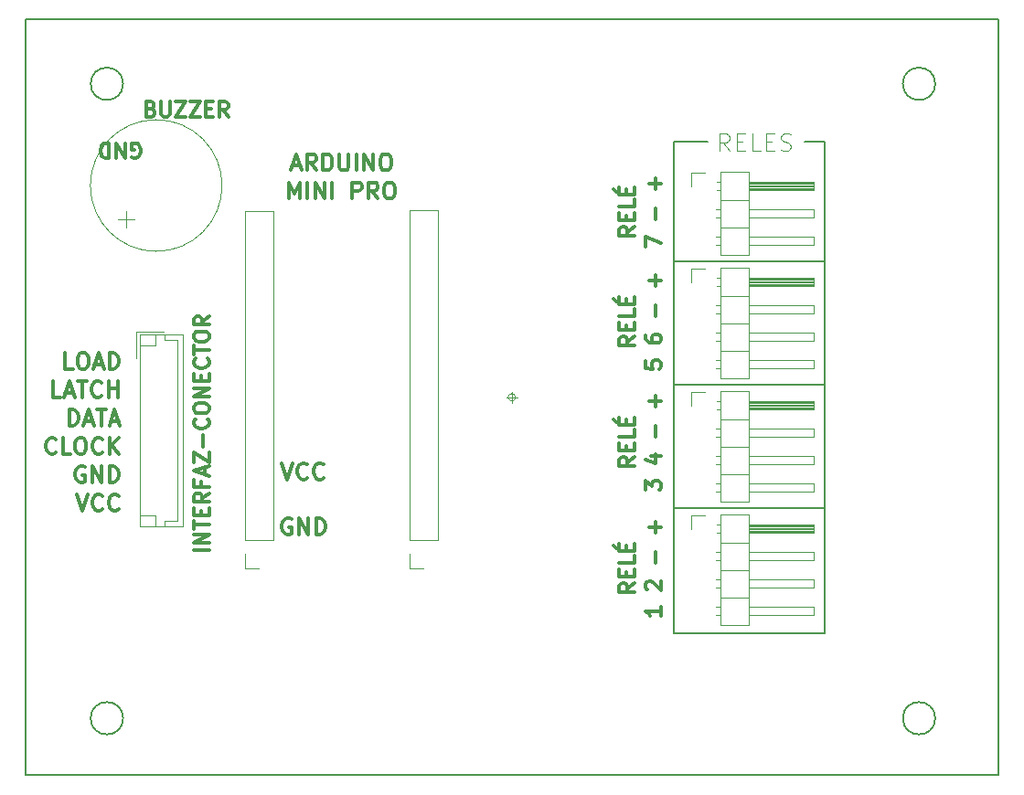
<source format=gto>
%TF.GenerationSoftware,KiCad,Pcbnew,5.1.10*%
%TF.CreationDate,2021-07-26T03:00:59+02:00*%
%TF.ProjectId,OFICINA-TELE-ENCHUFES-RELES,4f464943-494e-4412-9d54-454c452d454e,rev?*%
%TF.SameCoordinates,Original*%
%TF.FileFunction,Legend,Top*%
%TF.FilePolarity,Positive*%
%FSLAX45Y45*%
G04 Gerber Fmt 4.5, Leading zero omitted, Abs format (unit mm)*
G04 Created by KiCad (PCBNEW 5.1.10) date 2021-07-26 03:00:59*
%MOMM*%
%LPD*%
G01*
G04 APERTURE LIST*
%TA.AperFunction,Profile*%
%ADD10C,0.100000*%
%TD*%
%ADD11C,0.375000*%
%TA.AperFunction,Profile*%
%ADD12C,0.200000*%
%TD*%
%ADD13C,0.350000*%
%ADD14C,0.150000*%
%ADD15C,0.100000*%
%ADD16C,0.120000*%
G04 APERTURE END LIST*
D10*
X16113533Y-8260100D02*
G75*
G03*
X16113533Y-8260100I-33333J0D01*
G01*
X16030200Y-8260100D02*
X16130200Y-8260100D01*
X16080200Y-8210100D02*
X16080200Y-8310100D01*
D11*
X14037614Y-9387600D02*
X14023328Y-9380457D01*
X14001900Y-9380457D01*
X13980471Y-9387600D01*
X13966186Y-9401886D01*
X13959043Y-9416171D01*
X13951900Y-9444743D01*
X13951900Y-9466171D01*
X13959043Y-9494743D01*
X13966186Y-9509029D01*
X13980471Y-9523314D01*
X14001900Y-9530457D01*
X14016186Y-9530457D01*
X14037614Y-9523314D01*
X14044757Y-9516171D01*
X14044757Y-9466171D01*
X14016186Y-9466171D01*
X14109043Y-9530457D02*
X14109043Y-9380457D01*
X14194757Y-9530457D01*
X14194757Y-9380457D01*
X14266186Y-9530457D02*
X14266186Y-9380457D01*
X14301900Y-9380457D01*
X14323328Y-9387600D01*
X14337614Y-9401886D01*
X14344757Y-9416171D01*
X14351900Y-9444743D01*
X14351900Y-9466171D01*
X14344757Y-9494743D01*
X14337614Y-9509029D01*
X14323328Y-9523314D01*
X14301900Y-9530457D01*
X14266186Y-9530457D01*
X13951900Y-8870457D02*
X14001900Y-9020457D01*
X14051900Y-8870457D01*
X14187614Y-9006171D02*
X14180471Y-9013314D01*
X14159043Y-9020457D01*
X14144757Y-9020457D01*
X14123328Y-9013314D01*
X14109043Y-8999029D01*
X14101900Y-8984743D01*
X14094757Y-8956171D01*
X14094757Y-8934743D01*
X14101900Y-8906171D01*
X14109043Y-8891886D01*
X14123328Y-8877600D01*
X14144757Y-8870457D01*
X14159043Y-8870457D01*
X14180471Y-8877600D01*
X14187614Y-8884743D01*
X14337614Y-9006171D02*
X14330471Y-9013314D01*
X14309043Y-9020457D01*
X14294757Y-9020457D01*
X14273328Y-9013314D01*
X14259043Y-8999029D01*
X14251900Y-8984743D01*
X14244757Y-8956171D01*
X14244757Y-8934743D01*
X14251900Y-8906171D01*
X14259043Y-8891886D01*
X14273328Y-8877600D01*
X14294757Y-8870457D01*
X14309043Y-8870457D01*
X14330471Y-8877600D01*
X14337614Y-8884743D01*
D12*
X11576020Y-11759890D02*
X11576020Y-4759890D01*
X20585020Y-4759890D02*
X11576020Y-4759890D01*
X20585020Y-11759890D02*
X20585020Y-4759890D01*
X11576020Y-11759890D02*
X20585020Y-11759890D01*
X20000600Y-11234300D02*
G75*
G03*
X20000600Y-11234300I-150000J0D01*
G01*
X20000600Y-5355900D02*
G75*
G03*
X20000600Y-5355900I-150000J0D01*
G01*
X12479900Y-5355900D02*
G75*
G03*
X12479900Y-5355900I-150000J0D01*
G01*
X12479900Y-11234300D02*
G75*
G03*
X12479900Y-11234300I-150000J0D01*
G01*
D13*
X12739600Y-5587300D02*
X12759600Y-5593967D01*
X12766267Y-5600633D01*
X12772933Y-5613967D01*
X12772933Y-5633967D01*
X12766267Y-5647300D01*
X12759600Y-5653967D01*
X12746267Y-5660633D01*
X12692933Y-5660633D01*
X12692933Y-5520633D01*
X12739600Y-5520633D01*
X12752933Y-5527300D01*
X12759600Y-5533967D01*
X12766267Y-5547300D01*
X12766267Y-5560633D01*
X12759600Y-5573967D01*
X12752933Y-5580633D01*
X12739600Y-5587300D01*
X12692933Y-5587300D01*
X12832933Y-5520633D02*
X12832933Y-5633967D01*
X12839600Y-5647300D01*
X12846267Y-5653967D01*
X12859600Y-5660633D01*
X12886267Y-5660633D01*
X12899600Y-5653967D01*
X12906267Y-5647300D01*
X12912933Y-5633967D01*
X12912933Y-5520633D01*
X12966267Y-5520633D02*
X13059600Y-5520633D01*
X12966267Y-5660633D01*
X13059600Y-5660633D01*
X13099600Y-5520633D02*
X13192933Y-5520633D01*
X13099600Y-5660633D01*
X13192933Y-5660633D01*
X13246267Y-5587300D02*
X13292933Y-5587300D01*
X13312933Y-5660633D02*
X13246267Y-5660633D01*
X13246267Y-5520633D01*
X13312933Y-5520633D01*
X13452933Y-5660633D02*
X13406267Y-5593967D01*
X13372933Y-5660633D02*
X13372933Y-5520633D01*
X13426267Y-5520633D01*
X13439600Y-5527300D01*
X13446267Y-5533967D01*
X13452933Y-5547300D01*
X13452933Y-5567300D01*
X13446267Y-5580633D01*
X13439600Y-5587300D01*
X13426267Y-5593967D01*
X13372933Y-5593967D01*
X17216333Y-6681500D02*
X17149667Y-6728167D01*
X17216333Y-6761500D02*
X17076333Y-6761500D01*
X17076333Y-6708167D01*
X17083000Y-6694833D01*
X17089667Y-6688167D01*
X17103000Y-6681500D01*
X17123000Y-6681500D01*
X17136333Y-6688167D01*
X17143000Y-6694833D01*
X17149667Y-6708167D01*
X17149667Y-6761500D01*
X17143000Y-6621500D02*
X17143000Y-6574833D01*
X17216333Y-6554833D02*
X17216333Y-6621500D01*
X17076333Y-6621500D01*
X17076333Y-6554833D01*
X17216333Y-6428167D02*
X17216333Y-6494833D01*
X17076333Y-6494833D01*
X17143000Y-6381500D02*
X17143000Y-6334833D01*
X17216333Y-6314833D02*
X17216333Y-6381500D01*
X17076333Y-6381500D01*
X17076333Y-6314833D01*
X17023000Y-6334833D02*
X17043000Y-6354833D01*
X17321333Y-6868167D02*
X17321333Y-6774833D01*
X17461333Y-6834833D01*
X17408000Y-6614833D02*
X17408000Y-6508167D01*
X17408000Y-6334833D02*
X17408000Y-6228167D01*
X17461333Y-6281500D02*
X17354667Y-6281500D01*
X17216333Y-7697500D02*
X17149667Y-7744167D01*
X17216333Y-7777500D02*
X17076333Y-7777500D01*
X17076333Y-7724167D01*
X17083000Y-7710833D01*
X17089667Y-7704167D01*
X17103000Y-7697500D01*
X17123000Y-7697500D01*
X17136333Y-7704167D01*
X17143000Y-7710833D01*
X17149667Y-7724167D01*
X17149667Y-7777500D01*
X17143000Y-7637500D02*
X17143000Y-7590833D01*
X17216333Y-7570833D02*
X17216333Y-7637500D01*
X17076333Y-7637500D01*
X17076333Y-7570833D01*
X17216333Y-7444167D02*
X17216333Y-7510833D01*
X17076333Y-7510833D01*
X17143000Y-7397500D02*
X17143000Y-7350833D01*
X17216333Y-7330833D02*
X17216333Y-7397500D01*
X17076333Y-7397500D01*
X17076333Y-7330833D01*
X17023000Y-7350833D02*
X17043000Y-7370833D01*
X17321333Y-7924167D02*
X17321333Y-7990833D01*
X17388000Y-7997500D01*
X17381333Y-7990833D01*
X17374667Y-7977500D01*
X17374667Y-7944167D01*
X17381333Y-7930833D01*
X17388000Y-7924167D01*
X17401333Y-7917500D01*
X17434667Y-7917500D01*
X17448000Y-7924167D01*
X17454667Y-7930833D01*
X17461333Y-7944167D01*
X17461333Y-7977500D01*
X17454667Y-7990833D01*
X17448000Y-7997500D01*
X17321333Y-7690833D02*
X17321333Y-7717500D01*
X17328000Y-7730833D01*
X17334667Y-7737500D01*
X17354667Y-7750833D01*
X17381333Y-7757500D01*
X17434667Y-7757500D01*
X17448000Y-7750833D01*
X17454667Y-7744167D01*
X17461333Y-7730833D01*
X17461333Y-7704167D01*
X17454667Y-7690833D01*
X17448000Y-7684167D01*
X17434667Y-7677500D01*
X17401333Y-7677500D01*
X17388000Y-7684167D01*
X17381333Y-7690833D01*
X17374667Y-7704167D01*
X17374667Y-7730833D01*
X17381333Y-7744167D01*
X17388000Y-7750833D01*
X17401333Y-7757500D01*
X17408000Y-7510833D02*
X17408000Y-7404167D01*
X17408000Y-7230833D02*
X17408000Y-7124167D01*
X17461333Y-7177500D02*
X17354667Y-7177500D01*
X17216333Y-8815100D02*
X17149667Y-8861767D01*
X17216333Y-8895100D02*
X17076333Y-8895100D01*
X17076333Y-8841767D01*
X17083000Y-8828433D01*
X17089667Y-8821767D01*
X17103000Y-8815100D01*
X17123000Y-8815100D01*
X17136333Y-8821767D01*
X17143000Y-8828433D01*
X17149667Y-8841767D01*
X17149667Y-8895100D01*
X17143000Y-8755100D02*
X17143000Y-8708433D01*
X17216333Y-8688433D02*
X17216333Y-8755100D01*
X17076333Y-8755100D01*
X17076333Y-8688433D01*
X17216333Y-8561767D02*
X17216333Y-8628433D01*
X17076333Y-8628433D01*
X17143000Y-8515100D02*
X17143000Y-8468433D01*
X17216333Y-8448433D02*
X17216333Y-8515100D01*
X17076333Y-8515100D01*
X17076333Y-8448433D01*
X17023000Y-8468433D02*
X17043000Y-8488433D01*
X17321333Y-9121767D02*
X17321333Y-9035100D01*
X17374667Y-9081767D01*
X17374667Y-9061767D01*
X17381333Y-9048433D01*
X17388000Y-9041767D01*
X17401333Y-9035100D01*
X17434667Y-9035100D01*
X17448000Y-9041767D01*
X17454667Y-9048433D01*
X17461333Y-9061767D01*
X17461333Y-9101767D01*
X17454667Y-9115100D01*
X17448000Y-9121767D01*
X17368000Y-8808433D02*
X17461333Y-8808433D01*
X17314667Y-8841767D02*
X17414667Y-8875100D01*
X17414667Y-8788433D01*
X17408000Y-8628433D02*
X17408000Y-8521767D01*
X17408000Y-8348433D02*
X17408000Y-8241767D01*
X17461333Y-8295100D02*
X17354667Y-8295100D01*
X17216333Y-9983500D02*
X17149667Y-10030167D01*
X17216333Y-10063500D02*
X17076333Y-10063500D01*
X17076333Y-10010167D01*
X17083000Y-9996833D01*
X17089667Y-9990167D01*
X17103000Y-9983500D01*
X17123000Y-9983500D01*
X17136333Y-9990167D01*
X17143000Y-9996833D01*
X17149667Y-10010167D01*
X17149667Y-10063500D01*
X17143000Y-9923500D02*
X17143000Y-9876833D01*
X17216333Y-9856833D02*
X17216333Y-9923500D01*
X17076333Y-9923500D01*
X17076333Y-9856833D01*
X17216333Y-9730167D02*
X17216333Y-9796833D01*
X17076333Y-9796833D01*
X17143000Y-9683500D02*
X17143000Y-9636833D01*
X17216333Y-9616833D02*
X17216333Y-9683500D01*
X17076333Y-9683500D01*
X17076333Y-9616833D01*
X17023000Y-9636833D02*
X17043000Y-9656833D01*
X17461333Y-10203500D02*
X17461333Y-10283500D01*
X17461333Y-10243500D02*
X17321333Y-10243500D01*
X17341333Y-10256833D01*
X17354667Y-10270167D01*
X17361333Y-10283500D01*
X17334667Y-10043500D02*
X17328000Y-10036833D01*
X17321333Y-10023500D01*
X17321333Y-9990167D01*
X17328000Y-9976833D01*
X17334667Y-9970167D01*
X17348000Y-9963500D01*
X17361333Y-9963500D01*
X17381333Y-9970167D01*
X17461333Y-10050167D01*
X17461333Y-9963500D01*
X17408000Y-9796833D02*
X17408000Y-9690167D01*
X17408000Y-9516833D02*
X17408000Y-9410167D01*
X17461333Y-9463500D02*
X17354667Y-9463500D01*
X13275533Y-9675600D02*
X13135533Y-9675600D01*
X13275533Y-9608933D02*
X13135533Y-9608933D01*
X13275533Y-9528933D01*
X13135533Y-9528933D01*
X13135533Y-9482267D02*
X13135533Y-9402267D01*
X13275533Y-9442267D02*
X13135533Y-9442267D01*
X13202200Y-9355600D02*
X13202200Y-9308933D01*
X13275533Y-9288933D02*
X13275533Y-9355600D01*
X13135533Y-9355600D01*
X13135533Y-9288933D01*
X13275533Y-9148933D02*
X13208867Y-9195600D01*
X13275533Y-9228933D02*
X13135533Y-9228933D01*
X13135533Y-9175600D01*
X13142200Y-9162267D01*
X13148867Y-9155600D01*
X13162200Y-9148933D01*
X13182200Y-9148933D01*
X13195533Y-9155600D01*
X13202200Y-9162267D01*
X13208867Y-9175600D01*
X13208867Y-9228933D01*
X13202200Y-9042267D02*
X13202200Y-9088933D01*
X13275533Y-9088933D02*
X13135533Y-9088933D01*
X13135533Y-9022267D01*
X13235533Y-8975600D02*
X13235533Y-8908933D01*
X13275533Y-8988933D02*
X13135533Y-8942267D01*
X13275533Y-8895600D01*
X13135533Y-8862267D02*
X13135533Y-8768933D01*
X13275533Y-8862267D01*
X13275533Y-8768933D01*
X13222200Y-8715600D02*
X13222200Y-8608933D01*
X13262200Y-8462267D02*
X13268867Y-8468933D01*
X13275533Y-8488933D01*
X13275533Y-8502267D01*
X13268867Y-8522267D01*
X13255533Y-8535600D01*
X13242200Y-8542267D01*
X13215533Y-8548933D01*
X13195533Y-8548933D01*
X13168867Y-8542267D01*
X13155533Y-8535600D01*
X13142200Y-8522267D01*
X13135533Y-8502267D01*
X13135533Y-8488933D01*
X13142200Y-8468933D01*
X13148867Y-8462267D01*
X13135533Y-8375600D02*
X13135533Y-8348933D01*
X13142200Y-8335600D01*
X13155533Y-8322267D01*
X13182200Y-8315600D01*
X13228867Y-8315600D01*
X13255533Y-8322267D01*
X13268867Y-8335600D01*
X13275533Y-8348933D01*
X13275533Y-8375600D01*
X13268867Y-8388933D01*
X13255533Y-8402267D01*
X13228867Y-8408933D01*
X13182200Y-8408933D01*
X13155533Y-8402267D01*
X13142200Y-8388933D01*
X13135533Y-8375600D01*
X13275533Y-8255600D02*
X13135533Y-8255600D01*
X13275533Y-8175600D01*
X13135533Y-8175600D01*
X13202200Y-8108933D02*
X13202200Y-8062267D01*
X13275533Y-8042267D02*
X13275533Y-8108933D01*
X13135533Y-8108933D01*
X13135533Y-8042267D01*
X13262200Y-7902267D02*
X13268867Y-7908933D01*
X13275533Y-7928933D01*
X13275533Y-7942267D01*
X13268867Y-7962267D01*
X13255533Y-7975600D01*
X13242200Y-7982267D01*
X13215533Y-7988933D01*
X13195533Y-7988933D01*
X13168867Y-7982267D01*
X13155533Y-7975600D01*
X13142200Y-7962267D01*
X13135533Y-7942267D01*
X13135533Y-7928933D01*
X13142200Y-7908933D01*
X13148867Y-7902267D01*
X13135533Y-7862267D02*
X13135533Y-7782267D01*
X13275533Y-7822267D02*
X13135533Y-7822267D01*
X13135533Y-7708933D02*
X13135533Y-7682267D01*
X13142200Y-7668933D01*
X13155533Y-7655600D01*
X13182200Y-7648933D01*
X13228867Y-7648933D01*
X13255533Y-7655600D01*
X13268867Y-7668933D01*
X13275533Y-7682267D01*
X13275533Y-7708933D01*
X13268867Y-7722267D01*
X13255533Y-7735600D01*
X13228867Y-7742267D01*
X13182200Y-7742267D01*
X13155533Y-7735600D01*
X13142200Y-7722267D01*
X13135533Y-7708933D01*
X13275533Y-7508933D02*
X13208867Y-7555600D01*
X13275533Y-7588933D02*
X13135533Y-7588933D01*
X13135533Y-7535600D01*
X13142200Y-7522267D01*
X13148867Y-7515600D01*
X13162200Y-7508933D01*
X13182200Y-7508933D01*
X13195533Y-7515600D01*
X13202200Y-7522267D01*
X13208867Y-7535600D01*
X13208867Y-7588933D01*
D11*
X12016325Y-7997807D02*
X11944896Y-7997807D01*
X11944896Y-7847807D01*
X12094896Y-7847807D02*
X12123468Y-7847807D01*
X12137753Y-7854950D01*
X12152039Y-7869236D01*
X12159182Y-7897807D01*
X12159182Y-7947807D01*
X12152039Y-7976378D01*
X12137753Y-7990664D01*
X12123468Y-7997807D01*
X12094896Y-7997807D01*
X12080611Y-7990664D01*
X12066325Y-7976378D01*
X12059182Y-7947807D01*
X12059182Y-7897807D01*
X12066325Y-7869236D01*
X12080611Y-7854950D01*
X12094896Y-7847807D01*
X12216325Y-7954950D02*
X12287753Y-7954950D01*
X12202039Y-7997807D02*
X12252039Y-7847807D01*
X12302039Y-7997807D01*
X12352039Y-7997807D02*
X12352039Y-7847807D01*
X12387753Y-7847807D01*
X12409182Y-7854950D01*
X12423468Y-7869236D01*
X12430611Y-7883521D01*
X12437753Y-7912093D01*
X12437753Y-7933521D01*
X12430611Y-7962093D01*
X12423468Y-7976378D01*
X12409182Y-7990664D01*
X12387753Y-7997807D01*
X12352039Y-7997807D01*
X11902039Y-8260307D02*
X11830611Y-8260307D01*
X11830611Y-8110307D01*
X11944896Y-8217450D02*
X12016325Y-8217450D01*
X11930611Y-8260307D02*
X11980611Y-8110307D01*
X12030611Y-8260307D01*
X12059182Y-8110307D02*
X12144896Y-8110307D01*
X12102039Y-8260307D02*
X12102039Y-8110307D01*
X12280611Y-8246021D02*
X12273468Y-8253164D01*
X12252039Y-8260307D01*
X12237753Y-8260307D01*
X12216325Y-8253164D01*
X12202039Y-8238878D01*
X12194896Y-8224593D01*
X12187753Y-8196021D01*
X12187753Y-8174593D01*
X12194896Y-8146021D01*
X12202039Y-8131736D01*
X12216325Y-8117450D01*
X12237753Y-8110307D01*
X12252039Y-8110307D01*
X12273468Y-8117450D01*
X12280611Y-8124593D01*
X12344896Y-8260307D02*
X12344896Y-8110307D01*
X12344896Y-8181736D02*
X12430611Y-8181736D01*
X12430611Y-8260307D02*
X12430611Y-8110307D01*
X11980611Y-8522807D02*
X11980611Y-8372807D01*
X12016325Y-8372807D01*
X12037753Y-8379950D01*
X12052039Y-8394236D01*
X12059182Y-8408521D01*
X12066325Y-8437093D01*
X12066325Y-8458521D01*
X12059182Y-8487093D01*
X12052039Y-8501379D01*
X12037753Y-8515664D01*
X12016325Y-8522807D01*
X11980611Y-8522807D01*
X12123468Y-8479950D02*
X12194896Y-8479950D01*
X12109182Y-8522807D02*
X12159182Y-8372807D01*
X12209182Y-8522807D01*
X12237753Y-8372807D02*
X12323468Y-8372807D01*
X12280611Y-8522807D02*
X12280611Y-8372807D01*
X12366325Y-8479950D02*
X12437753Y-8479950D01*
X12352039Y-8522807D02*
X12402039Y-8372807D01*
X12452039Y-8522807D01*
X11859182Y-8771021D02*
X11852039Y-8778164D01*
X11830611Y-8785307D01*
X11816325Y-8785307D01*
X11794896Y-8778164D01*
X11780611Y-8763879D01*
X11773468Y-8749593D01*
X11766325Y-8721021D01*
X11766325Y-8699593D01*
X11773468Y-8671021D01*
X11780611Y-8656736D01*
X11794896Y-8642450D01*
X11816325Y-8635307D01*
X11830611Y-8635307D01*
X11852039Y-8642450D01*
X11859182Y-8649593D01*
X11994896Y-8785307D02*
X11923468Y-8785307D01*
X11923468Y-8635307D01*
X12073468Y-8635307D02*
X12102039Y-8635307D01*
X12116325Y-8642450D01*
X12130611Y-8656736D01*
X12137753Y-8685307D01*
X12137753Y-8735307D01*
X12130611Y-8763879D01*
X12116325Y-8778164D01*
X12102039Y-8785307D01*
X12073468Y-8785307D01*
X12059182Y-8778164D01*
X12044896Y-8763879D01*
X12037753Y-8735307D01*
X12037753Y-8685307D01*
X12044896Y-8656736D01*
X12059182Y-8642450D01*
X12073468Y-8635307D01*
X12287753Y-8771021D02*
X12280611Y-8778164D01*
X12259182Y-8785307D01*
X12244896Y-8785307D01*
X12223468Y-8778164D01*
X12209182Y-8763879D01*
X12202039Y-8749593D01*
X12194896Y-8721021D01*
X12194896Y-8699593D01*
X12202039Y-8671021D01*
X12209182Y-8656736D01*
X12223468Y-8642450D01*
X12244896Y-8635307D01*
X12259182Y-8635307D01*
X12280611Y-8642450D01*
X12287753Y-8649593D01*
X12352039Y-8785307D02*
X12352039Y-8635307D01*
X12437753Y-8785307D02*
X12373468Y-8699593D01*
X12437753Y-8635307D02*
X12352039Y-8721021D01*
X12123468Y-8904950D02*
X12109182Y-8897807D01*
X12087753Y-8897807D01*
X12066325Y-8904950D01*
X12052039Y-8919236D01*
X12044896Y-8933521D01*
X12037753Y-8962093D01*
X12037753Y-8983521D01*
X12044896Y-9012093D01*
X12052039Y-9026379D01*
X12066325Y-9040664D01*
X12087753Y-9047807D01*
X12102039Y-9047807D01*
X12123468Y-9040664D01*
X12130611Y-9033521D01*
X12130611Y-8983521D01*
X12102039Y-8983521D01*
X12194896Y-9047807D02*
X12194896Y-8897807D01*
X12280611Y-9047807D01*
X12280611Y-8897807D01*
X12352039Y-9047807D02*
X12352039Y-8897807D01*
X12387753Y-8897807D01*
X12409182Y-8904950D01*
X12423468Y-8919236D01*
X12430611Y-8933521D01*
X12437753Y-8962093D01*
X12437753Y-8983521D01*
X12430611Y-9012093D01*
X12423468Y-9026379D01*
X12409182Y-9040664D01*
X12387753Y-9047807D01*
X12352039Y-9047807D01*
X12052039Y-9160307D02*
X12102039Y-9310307D01*
X12152039Y-9160307D01*
X12287753Y-9296021D02*
X12280611Y-9303164D01*
X12259182Y-9310307D01*
X12244896Y-9310307D01*
X12223468Y-9303164D01*
X12209182Y-9288879D01*
X12202039Y-9274593D01*
X12194896Y-9246021D01*
X12194896Y-9224593D01*
X12202039Y-9196021D01*
X12209182Y-9181736D01*
X12223468Y-9167450D01*
X12244896Y-9160307D01*
X12259182Y-9160307D01*
X12280611Y-9167450D01*
X12287753Y-9174593D01*
X12437753Y-9296021D02*
X12430611Y-9303164D01*
X12409182Y-9310307D01*
X12394896Y-9310307D01*
X12373468Y-9303164D01*
X12359182Y-9288879D01*
X12352039Y-9274593D01*
X12344896Y-9246021D01*
X12344896Y-9224593D01*
X12352039Y-9196021D01*
X12359182Y-9181736D01*
X12373468Y-9167450D01*
X12394896Y-9160307D01*
X12409182Y-9160307D01*
X12430611Y-9167450D01*
X12437753Y-9174593D01*
D14*
X18976100Y-9288400D02*
X17579100Y-9288400D01*
X18976100Y-8146600D02*
X17579100Y-8146600D01*
X17579100Y-7002400D02*
X18976100Y-7002400D01*
X18976100Y-10444100D02*
X18976100Y-5892960D01*
X17579100Y-10444100D02*
X18976100Y-10444100D01*
X17579100Y-5891300D02*
X17579100Y-10444100D01*
D15*
X18094110Y-5976781D02*
X18040776Y-5900590D01*
X18002681Y-5976781D02*
X18002681Y-5816781D01*
X18063633Y-5816781D01*
X18078871Y-5824400D01*
X18086490Y-5832019D01*
X18094110Y-5847257D01*
X18094110Y-5870114D01*
X18086490Y-5885352D01*
X18078871Y-5892971D01*
X18063633Y-5900590D01*
X18002681Y-5900590D01*
X18162681Y-5892971D02*
X18216014Y-5892971D01*
X18238871Y-5976781D02*
X18162681Y-5976781D01*
X18162681Y-5816781D01*
X18238871Y-5816781D01*
X18383633Y-5976781D02*
X18307443Y-5976781D01*
X18307443Y-5816781D01*
X18436967Y-5892971D02*
X18490300Y-5892971D01*
X18513157Y-5976781D02*
X18436967Y-5976781D01*
X18436967Y-5816781D01*
X18513157Y-5816781D01*
X18574110Y-5969162D02*
X18596967Y-5976781D01*
X18635062Y-5976781D01*
X18650300Y-5969162D01*
X18657919Y-5961543D01*
X18665538Y-5946305D01*
X18665538Y-5931067D01*
X18657919Y-5915828D01*
X18650300Y-5908209D01*
X18635062Y-5900590D01*
X18604586Y-5892971D01*
X18589348Y-5885352D01*
X18581729Y-5877733D01*
X18574110Y-5862495D01*
X18574110Y-5847257D01*
X18581729Y-5832019D01*
X18589348Y-5824400D01*
X18604586Y-5816781D01*
X18642681Y-5816781D01*
X18665538Y-5824400D01*
D14*
X18787160Y-5892490D02*
X18976100Y-5892960D01*
X17891800Y-5891200D02*
X17579100Y-5891300D01*
D11*
X14046257Y-6114350D02*
X14117686Y-6114350D01*
X14031971Y-6157207D02*
X14081971Y-6007207D01*
X14131971Y-6157207D01*
X14267686Y-6157207D02*
X14217686Y-6085778D01*
X14181971Y-6157207D02*
X14181971Y-6007207D01*
X14239114Y-6007207D01*
X14253400Y-6014350D01*
X14260543Y-6021493D01*
X14267686Y-6035778D01*
X14267686Y-6057207D01*
X14260543Y-6071493D01*
X14253400Y-6078636D01*
X14239114Y-6085778D01*
X14181971Y-6085778D01*
X14331971Y-6157207D02*
X14331971Y-6007207D01*
X14367686Y-6007207D01*
X14389114Y-6014350D01*
X14403400Y-6028636D01*
X14410543Y-6042921D01*
X14417686Y-6071493D01*
X14417686Y-6092921D01*
X14410543Y-6121493D01*
X14403400Y-6135778D01*
X14389114Y-6150064D01*
X14367686Y-6157207D01*
X14331971Y-6157207D01*
X14481971Y-6007207D02*
X14481971Y-6128636D01*
X14489114Y-6142921D01*
X14496257Y-6150064D01*
X14510543Y-6157207D01*
X14539114Y-6157207D01*
X14553400Y-6150064D01*
X14560543Y-6142921D01*
X14567686Y-6128636D01*
X14567686Y-6007207D01*
X14639114Y-6157207D02*
X14639114Y-6007207D01*
X14710543Y-6157207D02*
X14710543Y-6007207D01*
X14796257Y-6157207D01*
X14796257Y-6007207D01*
X14896257Y-6007207D02*
X14924828Y-6007207D01*
X14939114Y-6014350D01*
X14953400Y-6028636D01*
X14960543Y-6057207D01*
X14960543Y-6107207D01*
X14953400Y-6135778D01*
X14939114Y-6150064D01*
X14924828Y-6157207D01*
X14896257Y-6157207D01*
X14881971Y-6150064D01*
X14867686Y-6135778D01*
X14860543Y-6107207D01*
X14860543Y-6057207D01*
X14867686Y-6028636D01*
X14881971Y-6014350D01*
X14896257Y-6007207D01*
X14017686Y-6419707D02*
X14017686Y-6269707D01*
X14067686Y-6376850D01*
X14117686Y-6269707D01*
X14117686Y-6419707D01*
X14189114Y-6419707D02*
X14189114Y-6269707D01*
X14260543Y-6419707D02*
X14260543Y-6269707D01*
X14346257Y-6419707D01*
X14346257Y-6269707D01*
X14417686Y-6419707D02*
X14417686Y-6269707D01*
X14603400Y-6419707D02*
X14603400Y-6269707D01*
X14660543Y-6269707D01*
X14674828Y-6276850D01*
X14681971Y-6283993D01*
X14689114Y-6298278D01*
X14689114Y-6319707D01*
X14681971Y-6333993D01*
X14674828Y-6341136D01*
X14660543Y-6348278D01*
X14603400Y-6348278D01*
X14839114Y-6419707D02*
X14789114Y-6348278D01*
X14753400Y-6419707D02*
X14753400Y-6269707D01*
X14810543Y-6269707D01*
X14824828Y-6276850D01*
X14831971Y-6283993D01*
X14839114Y-6298278D01*
X14839114Y-6319707D01*
X14831971Y-6333993D01*
X14824828Y-6341136D01*
X14810543Y-6348278D01*
X14753400Y-6348278D01*
X14931971Y-6269707D02*
X14960543Y-6269707D01*
X14974828Y-6276850D01*
X14989114Y-6291136D01*
X14996257Y-6319707D01*
X14996257Y-6369707D01*
X14989114Y-6398278D01*
X14974828Y-6412564D01*
X14960543Y-6419707D01*
X14931971Y-6419707D01*
X14917686Y-6412564D01*
X14903400Y-6398278D01*
X14896257Y-6369707D01*
X14896257Y-6319707D01*
X14903400Y-6291136D01*
X14917686Y-6276850D01*
X14931971Y-6269707D01*
D13*
X12563567Y-6039000D02*
X12576900Y-6045667D01*
X12596900Y-6045667D01*
X12616900Y-6039000D01*
X12630233Y-6025667D01*
X12636900Y-6012333D01*
X12643567Y-5985667D01*
X12643567Y-5965667D01*
X12636900Y-5939000D01*
X12630233Y-5925667D01*
X12616900Y-5912333D01*
X12596900Y-5905667D01*
X12583567Y-5905667D01*
X12563567Y-5912333D01*
X12556900Y-5919000D01*
X12556900Y-5965667D01*
X12583567Y-5965667D01*
X12496900Y-5905667D02*
X12496900Y-6045667D01*
X12416900Y-5905667D01*
X12416900Y-6045667D01*
X12350233Y-5905667D02*
X12350233Y-6045667D01*
X12316900Y-6045667D01*
X12296900Y-6039000D01*
X12283567Y-6025667D01*
X12276900Y-6012333D01*
X12270233Y-5985667D01*
X12270233Y-5965667D01*
X12276900Y-5939000D01*
X12283567Y-5925667D01*
X12296900Y-5912333D01*
X12316900Y-5905667D01*
X12350233Y-5905667D01*
D15*
X12583890Y-6615114D02*
X12431509Y-6615114D01*
X12507700Y-6538924D02*
X12507700Y-6691305D01*
D16*
%TO.C,RELE-7*%
X17741400Y-6176900D02*
X17868400Y-6176900D01*
X17741400Y-6303900D02*
X17741400Y-6176900D01*
X17972693Y-6849900D02*
X18012400Y-6849900D01*
X17972693Y-6773900D02*
X18012400Y-6773900D01*
X18878400Y-6849900D02*
X18278400Y-6849900D01*
X18878400Y-6773900D02*
X18878400Y-6849900D01*
X18278400Y-6773900D02*
X18878400Y-6773900D01*
X18012400Y-6684900D02*
X18278400Y-6684900D01*
X17972693Y-6595900D02*
X18012400Y-6595900D01*
X17972693Y-6519900D02*
X18012400Y-6519900D01*
X18878400Y-6595900D02*
X18278400Y-6595900D01*
X18878400Y-6519900D02*
X18878400Y-6595900D01*
X18278400Y-6519900D02*
X18878400Y-6519900D01*
X18012400Y-6430900D02*
X18278400Y-6430900D01*
X17979400Y-6341900D02*
X18012400Y-6341900D01*
X17979400Y-6265900D02*
X18012400Y-6265900D01*
X18278400Y-6331900D02*
X18878400Y-6331900D01*
X18278400Y-6319900D02*
X18878400Y-6319900D01*
X18278400Y-6307900D02*
X18878400Y-6307900D01*
X18278400Y-6295900D02*
X18878400Y-6295900D01*
X18278400Y-6283900D02*
X18878400Y-6283900D01*
X18278400Y-6271900D02*
X18878400Y-6271900D01*
X18878400Y-6341900D02*
X18278400Y-6341900D01*
X18878400Y-6265900D02*
X18878400Y-6341900D01*
X18278400Y-6265900D02*
X18878400Y-6265900D01*
X18278400Y-6170900D02*
X18012400Y-6170900D01*
X18278400Y-6944900D02*
X18278400Y-6170900D01*
X18012400Y-6944900D02*
X18278400Y-6944900D01*
X18012400Y-6170900D02*
X18012400Y-6944900D01*
%TO.C,ARDUINO_L1*%
X15262370Y-9844070D02*
X15129370Y-9844070D01*
X15129370Y-9844070D02*
X15129370Y-9711070D01*
X15129370Y-9584070D02*
X15129370Y-6530070D01*
X15395370Y-6530070D02*
X15129370Y-6530070D01*
X15395370Y-9584070D02*
X15395370Y-6530070D01*
X15395370Y-9584070D02*
X15129370Y-9584070D01*
%TO.C,RELE-1-2*%
X17741400Y-9351900D02*
X17868400Y-9351900D01*
X17741400Y-9478900D02*
X17741400Y-9351900D01*
X17972693Y-10278900D02*
X18012400Y-10278900D01*
X17972693Y-10202900D02*
X18012400Y-10202900D01*
X18878400Y-10278900D02*
X18278400Y-10278900D01*
X18878400Y-10202900D02*
X18878400Y-10278900D01*
X18278400Y-10202900D02*
X18878400Y-10202900D01*
X18012400Y-10113900D02*
X18278400Y-10113900D01*
X17972693Y-10024900D02*
X18012400Y-10024900D01*
X17972693Y-9948900D02*
X18012400Y-9948900D01*
X18878400Y-10024900D02*
X18278400Y-10024900D01*
X18878400Y-9948900D02*
X18878400Y-10024900D01*
X18278400Y-9948900D02*
X18878400Y-9948900D01*
X18012400Y-9859900D02*
X18278400Y-9859900D01*
X17972693Y-9770900D02*
X18012400Y-9770900D01*
X17972693Y-9694900D02*
X18012400Y-9694900D01*
X18878400Y-9770900D02*
X18278400Y-9770900D01*
X18878400Y-9694900D02*
X18878400Y-9770900D01*
X18278400Y-9694900D02*
X18878400Y-9694900D01*
X18012400Y-9605900D02*
X18278400Y-9605900D01*
X17979400Y-9516900D02*
X18012400Y-9516900D01*
X17979400Y-9440900D02*
X18012400Y-9440900D01*
X18278400Y-9506900D02*
X18878400Y-9506900D01*
X18278400Y-9494900D02*
X18878400Y-9494900D01*
X18278400Y-9482900D02*
X18878400Y-9482900D01*
X18278400Y-9470900D02*
X18878400Y-9470900D01*
X18278400Y-9458900D02*
X18878400Y-9458900D01*
X18278400Y-9446900D02*
X18878400Y-9446900D01*
X18878400Y-9516900D02*
X18278400Y-9516900D01*
X18878400Y-9440900D02*
X18878400Y-9516900D01*
X18278400Y-9440900D02*
X18878400Y-9440900D01*
X18278400Y-9345900D02*
X18012400Y-9345900D01*
X18278400Y-10373900D02*
X18278400Y-9345900D01*
X18012400Y-10373900D02*
X18278400Y-10373900D01*
X18012400Y-9345900D02*
X18012400Y-10373900D01*
%TO.C,INTERFAZ-CONECTOR1*%
X13035000Y-7681700D02*
X12633000Y-7681700D01*
X12633000Y-7681700D02*
X12633000Y-9453700D01*
X12633000Y-9453700D02*
X13035000Y-9453700D01*
X13035000Y-9453700D02*
X13035000Y-7681700D01*
X12864000Y-7681700D02*
X12864000Y-7731700D01*
X12864000Y-7731700D02*
X12985000Y-7731700D01*
X12985000Y-7731700D02*
X12985000Y-9403700D01*
X12985000Y-9403700D02*
X12864000Y-9403700D01*
X12864000Y-9403700D02*
X12864000Y-9453700D01*
X12783000Y-7681700D02*
X12783000Y-7781700D01*
X12783000Y-7781700D02*
X12633000Y-7781700D01*
X12783000Y-9453700D02*
X12783000Y-9353700D01*
X12783000Y-9353700D02*
X12633000Y-9353700D01*
X12853000Y-7651700D02*
X12603000Y-7651700D01*
X12603000Y-7651700D02*
X12603000Y-7901700D01*
%TO.C,RELE-3-4*%
X18012400Y-8202900D02*
X18012400Y-9230900D01*
X18012400Y-9230900D02*
X18278400Y-9230900D01*
X18278400Y-9230900D02*
X18278400Y-8202900D01*
X18278400Y-8202900D02*
X18012400Y-8202900D01*
X18278400Y-8297900D02*
X18878400Y-8297900D01*
X18878400Y-8297900D02*
X18878400Y-8373900D01*
X18878400Y-8373900D02*
X18278400Y-8373900D01*
X18278400Y-8303900D02*
X18878400Y-8303900D01*
X18278400Y-8315900D02*
X18878400Y-8315900D01*
X18278400Y-8327900D02*
X18878400Y-8327900D01*
X18278400Y-8339900D02*
X18878400Y-8339900D01*
X18278400Y-8351900D02*
X18878400Y-8351900D01*
X18278400Y-8363900D02*
X18878400Y-8363900D01*
X17979400Y-8297900D02*
X18012400Y-8297900D01*
X17979400Y-8373900D02*
X18012400Y-8373900D01*
X18012400Y-8462900D02*
X18278400Y-8462900D01*
X18278400Y-8551900D02*
X18878400Y-8551900D01*
X18878400Y-8551900D02*
X18878400Y-8627900D01*
X18878400Y-8627900D02*
X18278400Y-8627900D01*
X17972693Y-8551900D02*
X18012400Y-8551900D01*
X17972693Y-8627900D02*
X18012400Y-8627900D01*
X18012400Y-8716900D02*
X18278400Y-8716900D01*
X18278400Y-8805900D02*
X18878400Y-8805900D01*
X18878400Y-8805900D02*
X18878400Y-8881900D01*
X18878400Y-8881900D02*
X18278400Y-8881900D01*
X17972693Y-8805900D02*
X18012400Y-8805900D01*
X17972693Y-8881900D02*
X18012400Y-8881900D01*
X18012400Y-8970900D02*
X18278400Y-8970900D01*
X18278400Y-9059900D02*
X18878400Y-9059900D01*
X18878400Y-9059900D02*
X18878400Y-9135900D01*
X18878400Y-9135900D02*
X18278400Y-9135900D01*
X17972693Y-9059900D02*
X18012400Y-9059900D01*
X17972693Y-9135900D02*
X18012400Y-9135900D01*
X17741400Y-8335900D02*
X17741400Y-8208900D01*
X17741400Y-8208900D02*
X17868400Y-8208900D01*
%TO.C,RELE-5-6*%
X18012400Y-7059900D02*
X18012400Y-8087900D01*
X18012400Y-8087900D02*
X18278400Y-8087900D01*
X18278400Y-8087900D02*
X18278400Y-7059900D01*
X18278400Y-7059900D02*
X18012400Y-7059900D01*
X18278400Y-7154900D02*
X18878400Y-7154900D01*
X18878400Y-7154900D02*
X18878400Y-7230900D01*
X18878400Y-7230900D02*
X18278400Y-7230900D01*
X18278400Y-7160900D02*
X18878400Y-7160900D01*
X18278400Y-7172900D02*
X18878400Y-7172900D01*
X18278400Y-7184900D02*
X18878400Y-7184900D01*
X18278400Y-7196900D02*
X18878400Y-7196900D01*
X18278400Y-7208900D02*
X18878400Y-7208900D01*
X18278400Y-7220900D02*
X18878400Y-7220900D01*
X17979400Y-7154900D02*
X18012400Y-7154900D01*
X17979400Y-7230900D02*
X18012400Y-7230900D01*
X18012400Y-7319900D02*
X18278400Y-7319900D01*
X18278400Y-7408900D02*
X18878400Y-7408900D01*
X18878400Y-7408900D02*
X18878400Y-7484900D01*
X18878400Y-7484900D02*
X18278400Y-7484900D01*
X17972693Y-7408900D02*
X18012400Y-7408900D01*
X17972693Y-7484900D02*
X18012400Y-7484900D01*
X18012400Y-7573900D02*
X18278400Y-7573900D01*
X18278400Y-7662900D02*
X18878400Y-7662900D01*
X18878400Y-7662900D02*
X18878400Y-7738900D01*
X18878400Y-7738900D02*
X18278400Y-7738900D01*
X17972693Y-7662900D02*
X18012400Y-7662900D01*
X17972693Y-7738900D02*
X18012400Y-7738900D01*
X18012400Y-7827900D02*
X18278400Y-7827900D01*
X18278400Y-7916900D02*
X18878400Y-7916900D01*
X18878400Y-7916900D02*
X18878400Y-7992900D01*
X18878400Y-7992900D02*
X18278400Y-7992900D01*
X17972693Y-7916900D02*
X18012400Y-7916900D01*
X17972693Y-7992900D02*
X18012400Y-7992900D01*
X17741400Y-7192900D02*
X17741400Y-7065900D01*
X17741400Y-7065900D02*
X17868400Y-7065900D01*
%TO.C,ARDUINO_R1*%
X13871370Y-9586070D02*
X13605370Y-9586070D01*
X13871370Y-9586070D02*
X13871370Y-6532070D01*
X13871370Y-6532070D02*
X13605370Y-6532070D01*
X13605370Y-9586070D02*
X13605370Y-6532070D01*
X13605370Y-9846070D02*
X13605370Y-9713070D01*
X13738370Y-9846070D02*
X13605370Y-9846070D01*
%TO.C,BUZZER1*%
X13397100Y-6298200D02*
G75*
G03*
X13397100Y-6298200I-610000J0D01*
G01*
%TD*%
M02*

</source>
